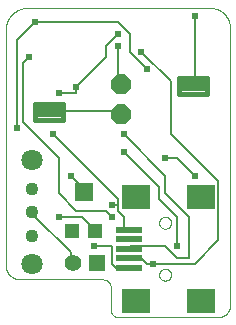
<source format=gtl>
G75*
%MOIN*%
%OFA0B0*%
%FSLAX25Y25*%
%IPPOS*%
%LPD*%
%AMOC8*
5,1,8,0,0,1.08239X$1,22.5*
%
%ADD10C,0.00000*%
%ADD11C,0.01772*%
%ADD12C,0.04362*%
%ADD13C,0.07087*%
%ADD14R,0.09449X0.07874*%
%ADD15R,0.09087X0.01969*%
%ADD16OC8,0.06600*%
%ADD17R,0.05906X0.06299*%
%ADD18R,0.04724X0.04724*%
%ADD19R,0.05600X0.05600*%
%ADD20C,0.05600*%
%ADD21C,0.00800*%
%ADD22C,0.02400*%
D10*
X0016292Y0013630D02*
X0043885Y0013630D01*
X0043986Y0013628D01*
X0044087Y0013622D01*
X0044188Y0013613D01*
X0044288Y0013599D01*
X0044388Y0013582D01*
X0044487Y0013561D01*
X0044585Y0013536D01*
X0044682Y0013507D01*
X0044778Y0013475D01*
X0044872Y0013439D01*
X0044965Y0013399D01*
X0045057Y0013356D01*
X0045147Y0013309D01*
X0045235Y0013259D01*
X0045321Y0013206D01*
X0045404Y0013149D01*
X0045486Y0013089D01*
X0045565Y0013027D01*
X0045642Y0012961D01*
X0045716Y0012892D01*
X0045788Y0012820D01*
X0045857Y0012746D01*
X0045923Y0012669D01*
X0045985Y0012590D01*
X0046045Y0012508D01*
X0046102Y0012425D01*
X0046155Y0012339D01*
X0046205Y0012251D01*
X0046252Y0012161D01*
X0046295Y0012069D01*
X0046335Y0011976D01*
X0046371Y0011882D01*
X0046403Y0011786D01*
X0046432Y0011689D01*
X0046457Y0011591D01*
X0046478Y0011492D01*
X0046495Y0011392D01*
X0046509Y0011292D01*
X0046518Y0011191D01*
X0046524Y0011090D01*
X0046526Y0010989D01*
X0046526Y0003552D01*
X0046525Y0003552D02*
X0046527Y0003453D01*
X0046533Y0003354D01*
X0046542Y0003256D01*
X0046556Y0003158D01*
X0046573Y0003060D01*
X0046595Y0002963D01*
X0046620Y0002868D01*
X0046648Y0002773D01*
X0046681Y0002679D01*
X0046717Y0002587D01*
X0046757Y0002497D01*
X0046800Y0002407D01*
X0046846Y0002320D01*
X0046896Y0002235D01*
X0046950Y0002151D01*
X0047006Y0002070D01*
X0047066Y0001991D01*
X0047129Y0001915D01*
X0047195Y0001841D01*
X0047263Y0001769D01*
X0047335Y0001701D01*
X0047409Y0001635D01*
X0047485Y0001572D01*
X0047564Y0001512D01*
X0047645Y0001456D01*
X0047729Y0001402D01*
X0047814Y0001352D01*
X0047901Y0001306D01*
X0047991Y0001263D01*
X0048081Y0001223D01*
X0048173Y0001187D01*
X0048267Y0001154D01*
X0048362Y0001126D01*
X0048457Y0001101D01*
X0048554Y0001079D01*
X0048652Y0001062D01*
X0048750Y0001048D01*
X0048848Y0001039D01*
X0048947Y0001033D01*
X0049046Y0001031D01*
X0082588Y0001031D01*
X0082714Y0001045D01*
X0082839Y0001063D01*
X0082964Y0001085D01*
X0083088Y0001110D01*
X0083211Y0001140D01*
X0083333Y0001173D01*
X0083455Y0001210D01*
X0083575Y0001251D01*
X0083693Y0001295D01*
X0083811Y0001343D01*
X0083926Y0001395D01*
X0084040Y0001450D01*
X0084153Y0001508D01*
X0084263Y0001570D01*
X0084372Y0001636D01*
X0084478Y0001704D01*
X0084583Y0001776D01*
X0084685Y0001852D01*
X0084784Y0001930D01*
X0084881Y0002011D01*
X0084976Y0002095D01*
X0085068Y0002182D01*
X0085157Y0002272D01*
X0085244Y0002365D01*
X0085327Y0002460D01*
X0085408Y0002558D01*
X0085486Y0002658D01*
X0085560Y0002761D01*
X0085631Y0002865D01*
X0085699Y0002972D01*
X0085764Y0003081D01*
X0085825Y0003192D01*
X0085883Y0003305D01*
X0085937Y0003419D01*
X0085988Y0003535D01*
X0086035Y0003653D01*
X0086079Y0003772D01*
X0086119Y0003892D01*
X0086155Y0004014D01*
X0086187Y0004136D01*
X0086216Y0004260D01*
X0086241Y0004384D01*
X0086261Y0004509D01*
X0086279Y0004635D01*
X0086292Y0004761D01*
X0086301Y0004887D01*
X0086306Y0005013D01*
X0086308Y0005140D01*
X0086306Y0005267D01*
X0086299Y0005393D01*
X0086289Y0005520D01*
X0086289Y0097463D01*
X0086287Y0097624D01*
X0086281Y0097786D01*
X0086271Y0097947D01*
X0086258Y0098108D01*
X0086240Y0098268D01*
X0086219Y0098428D01*
X0086194Y0098587D01*
X0086165Y0098746D01*
X0086132Y0098904D01*
X0086095Y0099061D01*
X0086054Y0099218D01*
X0086010Y0099373D01*
X0085962Y0099527D01*
X0085910Y0099680D01*
X0085855Y0099831D01*
X0085796Y0099982D01*
X0085733Y0100130D01*
X0085667Y0100278D01*
X0085597Y0100423D01*
X0085524Y0100567D01*
X0085447Y0100709D01*
X0085367Y0100849D01*
X0085284Y0100987D01*
X0085197Y0101123D01*
X0085107Y0101257D01*
X0085013Y0101389D01*
X0084917Y0101518D01*
X0084817Y0101645D01*
X0084715Y0101770D01*
X0084609Y0101892D01*
X0084501Y0102012D01*
X0084389Y0102128D01*
X0084275Y0102242D01*
X0084159Y0102354D01*
X0084039Y0102462D01*
X0083917Y0102568D01*
X0083792Y0102670D01*
X0083665Y0102770D01*
X0083536Y0102866D01*
X0083404Y0102960D01*
X0083270Y0103050D01*
X0083134Y0103137D01*
X0082996Y0103220D01*
X0082856Y0103300D01*
X0082714Y0103377D01*
X0082570Y0103450D01*
X0082425Y0103520D01*
X0082277Y0103586D01*
X0082129Y0103649D01*
X0081978Y0103708D01*
X0081827Y0103763D01*
X0081674Y0103815D01*
X0081520Y0103863D01*
X0081365Y0103907D01*
X0081208Y0103948D01*
X0081051Y0103985D01*
X0080893Y0104018D01*
X0080734Y0104047D01*
X0080575Y0104072D01*
X0080415Y0104093D01*
X0080255Y0104111D01*
X0080094Y0104124D01*
X0079933Y0104134D01*
X0079771Y0104140D01*
X0079610Y0104142D01*
X0018866Y0104142D01*
X0018866Y0104141D02*
X0018688Y0104139D01*
X0018509Y0104132D01*
X0018331Y0104122D01*
X0018154Y0104107D01*
X0017976Y0104087D01*
X0017800Y0104064D01*
X0017624Y0104036D01*
X0017448Y0104004D01*
X0017274Y0103967D01*
X0017100Y0103927D01*
X0016927Y0103882D01*
X0016756Y0103833D01*
X0016585Y0103780D01*
X0016417Y0103723D01*
X0016249Y0103661D01*
X0016083Y0103596D01*
X0015919Y0103527D01*
X0015756Y0103454D01*
X0015595Y0103377D01*
X0015436Y0103296D01*
X0015279Y0103211D01*
X0015125Y0103122D01*
X0014972Y0103030D01*
X0014822Y0102934D01*
X0014674Y0102835D01*
X0014528Y0102732D01*
X0014385Y0102625D01*
X0014245Y0102515D01*
X0014107Y0102402D01*
X0013972Y0102285D01*
X0013840Y0102165D01*
X0013711Y0102042D01*
X0013585Y0101916D01*
X0013462Y0101787D01*
X0013342Y0101655D01*
X0013225Y0101520D01*
X0013112Y0101382D01*
X0013002Y0101242D01*
X0012895Y0101099D01*
X0012792Y0100953D01*
X0012693Y0100805D01*
X0012597Y0100655D01*
X0012505Y0100502D01*
X0012416Y0100348D01*
X0012331Y0100191D01*
X0012250Y0100032D01*
X0012173Y0099871D01*
X0012100Y0099708D01*
X0012031Y0099544D01*
X0011966Y0099378D01*
X0011904Y0099210D01*
X0011847Y0099042D01*
X0011794Y0098871D01*
X0011745Y0098700D01*
X0011700Y0098527D01*
X0011660Y0098353D01*
X0011623Y0098179D01*
X0011591Y0098003D01*
X0011563Y0097827D01*
X0011540Y0097651D01*
X0011520Y0097473D01*
X0011505Y0097296D01*
X0011495Y0097118D01*
X0011488Y0096939D01*
X0011486Y0096761D01*
X0011486Y0018436D01*
X0011488Y0018299D01*
X0011494Y0018162D01*
X0011504Y0018025D01*
X0011517Y0017888D01*
X0011535Y0017752D01*
X0011556Y0017616D01*
X0011582Y0017482D01*
X0011611Y0017347D01*
X0011644Y0017214D01*
X0011681Y0017082D01*
X0011721Y0016951D01*
X0011765Y0016821D01*
X0011813Y0016692D01*
X0011865Y0016565D01*
X0011920Y0016440D01*
X0011979Y0016315D01*
X0012041Y0016193D01*
X0012107Y0016073D01*
X0012176Y0015954D01*
X0012249Y0015838D01*
X0012325Y0015723D01*
X0012404Y0015611D01*
X0012486Y0015501D01*
X0012571Y0015394D01*
X0012660Y0015289D01*
X0012751Y0015186D01*
X0012845Y0015087D01*
X0012943Y0014989D01*
X0013042Y0014895D01*
X0013145Y0014804D01*
X0013250Y0014715D01*
X0013357Y0014630D01*
X0013467Y0014548D01*
X0013579Y0014469D01*
X0013694Y0014393D01*
X0013810Y0014320D01*
X0013929Y0014251D01*
X0014049Y0014185D01*
X0014171Y0014123D01*
X0014296Y0014064D01*
X0014421Y0014009D01*
X0014548Y0013957D01*
X0014677Y0013909D01*
X0014807Y0013865D01*
X0014938Y0013825D01*
X0015070Y0013788D01*
X0015203Y0013755D01*
X0015338Y0013726D01*
X0015472Y0013700D01*
X0015608Y0013679D01*
X0015744Y0013661D01*
X0015881Y0013648D01*
X0016018Y0013638D01*
X0016155Y0013632D01*
X0016292Y0013630D01*
X0062667Y0015205D02*
X0062669Y0015293D01*
X0062675Y0015381D01*
X0062685Y0015469D01*
X0062699Y0015557D01*
X0062716Y0015643D01*
X0062738Y0015729D01*
X0062763Y0015813D01*
X0062793Y0015897D01*
X0062825Y0015979D01*
X0062862Y0016059D01*
X0062902Y0016138D01*
X0062946Y0016215D01*
X0062993Y0016290D01*
X0063043Y0016362D01*
X0063097Y0016433D01*
X0063153Y0016500D01*
X0063213Y0016566D01*
X0063275Y0016628D01*
X0063341Y0016688D01*
X0063408Y0016744D01*
X0063479Y0016798D01*
X0063551Y0016848D01*
X0063626Y0016895D01*
X0063703Y0016939D01*
X0063782Y0016979D01*
X0063862Y0017016D01*
X0063944Y0017048D01*
X0064028Y0017078D01*
X0064112Y0017103D01*
X0064198Y0017125D01*
X0064284Y0017142D01*
X0064372Y0017156D01*
X0064460Y0017166D01*
X0064548Y0017172D01*
X0064636Y0017174D01*
X0064724Y0017172D01*
X0064812Y0017166D01*
X0064900Y0017156D01*
X0064988Y0017142D01*
X0065074Y0017125D01*
X0065160Y0017103D01*
X0065244Y0017078D01*
X0065328Y0017048D01*
X0065410Y0017016D01*
X0065490Y0016979D01*
X0065569Y0016939D01*
X0065646Y0016895D01*
X0065721Y0016848D01*
X0065793Y0016798D01*
X0065864Y0016744D01*
X0065931Y0016688D01*
X0065997Y0016628D01*
X0066059Y0016566D01*
X0066119Y0016500D01*
X0066175Y0016433D01*
X0066229Y0016362D01*
X0066279Y0016290D01*
X0066326Y0016215D01*
X0066370Y0016138D01*
X0066410Y0016059D01*
X0066447Y0015979D01*
X0066479Y0015897D01*
X0066509Y0015813D01*
X0066534Y0015729D01*
X0066556Y0015643D01*
X0066573Y0015557D01*
X0066587Y0015469D01*
X0066597Y0015381D01*
X0066603Y0015293D01*
X0066605Y0015205D01*
X0066603Y0015117D01*
X0066597Y0015029D01*
X0066587Y0014941D01*
X0066573Y0014853D01*
X0066556Y0014767D01*
X0066534Y0014681D01*
X0066509Y0014597D01*
X0066479Y0014513D01*
X0066447Y0014431D01*
X0066410Y0014351D01*
X0066370Y0014272D01*
X0066326Y0014195D01*
X0066279Y0014120D01*
X0066229Y0014048D01*
X0066175Y0013977D01*
X0066119Y0013910D01*
X0066059Y0013844D01*
X0065997Y0013782D01*
X0065931Y0013722D01*
X0065864Y0013666D01*
X0065793Y0013612D01*
X0065721Y0013562D01*
X0065646Y0013515D01*
X0065569Y0013471D01*
X0065490Y0013431D01*
X0065410Y0013394D01*
X0065328Y0013362D01*
X0065244Y0013332D01*
X0065160Y0013307D01*
X0065074Y0013285D01*
X0064988Y0013268D01*
X0064900Y0013254D01*
X0064812Y0013244D01*
X0064724Y0013238D01*
X0064636Y0013236D01*
X0064548Y0013238D01*
X0064460Y0013244D01*
X0064372Y0013254D01*
X0064284Y0013268D01*
X0064198Y0013285D01*
X0064112Y0013307D01*
X0064028Y0013332D01*
X0063944Y0013362D01*
X0063862Y0013394D01*
X0063782Y0013431D01*
X0063703Y0013471D01*
X0063626Y0013515D01*
X0063551Y0013562D01*
X0063479Y0013612D01*
X0063408Y0013666D01*
X0063341Y0013722D01*
X0063275Y0013782D01*
X0063213Y0013844D01*
X0063153Y0013910D01*
X0063097Y0013977D01*
X0063043Y0014048D01*
X0062993Y0014120D01*
X0062946Y0014195D01*
X0062902Y0014272D01*
X0062862Y0014351D01*
X0062825Y0014431D01*
X0062793Y0014513D01*
X0062763Y0014597D01*
X0062738Y0014681D01*
X0062716Y0014767D01*
X0062699Y0014853D01*
X0062685Y0014941D01*
X0062675Y0015029D01*
X0062669Y0015117D01*
X0062667Y0015205D01*
X0062667Y0032528D02*
X0062669Y0032616D01*
X0062675Y0032704D01*
X0062685Y0032792D01*
X0062699Y0032880D01*
X0062716Y0032966D01*
X0062738Y0033052D01*
X0062763Y0033136D01*
X0062793Y0033220D01*
X0062825Y0033302D01*
X0062862Y0033382D01*
X0062902Y0033461D01*
X0062946Y0033538D01*
X0062993Y0033613D01*
X0063043Y0033685D01*
X0063097Y0033756D01*
X0063153Y0033823D01*
X0063213Y0033889D01*
X0063275Y0033951D01*
X0063341Y0034011D01*
X0063408Y0034067D01*
X0063479Y0034121D01*
X0063551Y0034171D01*
X0063626Y0034218D01*
X0063703Y0034262D01*
X0063782Y0034302D01*
X0063862Y0034339D01*
X0063944Y0034371D01*
X0064028Y0034401D01*
X0064112Y0034426D01*
X0064198Y0034448D01*
X0064284Y0034465D01*
X0064372Y0034479D01*
X0064460Y0034489D01*
X0064548Y0034495D01*
X0064636Y0034497D01*
X0064724Y0034495D01*
X0064812Y0034489D01*
X0064900Y0034479D01*
X0064988Y0034465D01*
X0065074Y0034448D01*
X0065160Y0034426D01*
X0065244Y0034401D01*
X0065328Y0034371D01*
X0065410Y0034339D01*
X0065490Y0034302D01*
X0065569Y0034262D01*
X0065646Y0034218D01*
X0065721Y0034171D01*
X0065793Y0034121D01*
X0065864Y0034067D01*
X0065931Y0034011D01*
X0065997Y0033951D01*
X0066059Y0033889D01*
X0066119Y0033823D01*
X0066175Y0033756D01*
X0066229Y0033685D01*
X0066279Y0033613D01*
X0066326Y0033538D01*
X0066370Y0033461D01*
X0066410Y0033382D01*
X0066447Y0033302D01*
X0066479Y0033220D01*
X0066509Y0033136D01*
X0066534Y0033052D01*
X0066556Y0032966D01*
X0066573Y0032880D01*
X0066587Y0032792D01*
X0066597Y0032704D01*
X0066603Y0032616D01*
X0066605Y0032528D01*
X0066603Y0032440D01*
X0066597Y0032352D01*
X0066587Y0032264D01*
X0066573Y0032176D01*
X0066556Y0032090D01*
X0066534Y0032004D01*
X0066509Y0031920D01*
X0066479Y0031836D01*
X0066447Y0031754D01*
X0066410Y0031674D01*
X0066370Y0031595D01*
X0066326Y0031518D01*
X0066279Y0031443D01*
X0066229Y0031371D01*
X0066175Y0031300D01*
X0066119Y0031233D01*
X0066059Y0031167D01*
X0065997Y0031105D01*
X0065931Y0031045D01*
X0065864Y0030989D01*
X0065793Y0030935D01*
X0065721Y0030885D01*
X0065646Y0030838D01*
X0065569Y0030794D01*
X0065490Y0030754D01*
X0065410Y0030717D01*
X0065328Y0030685D01*
X0065244Y0030655D01*
X0065160Y0030630D01*
X0065074Y0030608D01*
X0064988Y0030591D01*
X0064900Y0030577D01*
X0064812Y0030567D01*
X0064724Y0030561D01*
X0064636Y0030559D01*
X0064548Y0030561D01*
X0064460Y0030567D01*
X0064372Y0030577D01*
X0064284Y0030591D01*
X0064198Y0030608D01*
X0064112Y0030630D01*
X0064028Y0030655D01*
X0063944Y0030685D01*
X0063862Y0030717D01*
X0063782Y0030754D01*
X0063703Y0030794D01*
X0063626Y0030838D01*
X0063551Y0030885D01*
X0063479Y0030935D01*
X0063408Y0030989D01*
X0063341Y0031045D01*
X0063275Y0031105D01*
X0063213Y0031167D01*
X0063153Y0031233D01*
X0063097Y0031300D01*
X0063043Y0031371D01*
X0062993Y0031443D01*
X0062946Y0031518D01*
X0062902Y0031595D01*
X0062862Y0031674D01*
X0062825Y0031754D01*
X0062793Y0031836D01*
X0062763Y0031920D01*
X0062738Y0032004D01*
X0062716Y0032090D01*
X0062699Y0032176D01*
X0062685Y0032264D01*
X0062675Y0032352D01*
X0062669Y0032440D01*
X0062667Y0032528D01*
D11*
X0030580Y0072192D02*
X0021132Y0072192D01*
X0030580Y0072192D02*
X0030580Y0066878D01*
X0021132Y0066878D01*
X0021132Y0072192D01*
X0021132Y0068649D02*
X0030580Y0068649D01*
X0030580Y0070420D02*
X0021132Y0070420D01*
X0021132Y0072191D02*
X0030580Y0072191D01*
X0069164Y0080854D02*
X0078612Y0080854D01*
X0078612Y0075540D01*
X0069164Y0075540D01*
X0069164Y0080854D01*
X0069164Y0077311D02*
X0078612Y0077311D01*
X0078612Y0079082D02*
X0069164Y0079082D01*
X0069164Y0080853D02*
X0078612Y0080853D01*
D12*
X0020148Y0043945D03*
X0020148Y0036071D03*
X0020148Y0028197D03*
D13*
X0020148Y0018748D03*
X0020148Y0053394D03*
D14*
X0054793Y0041189D03*
X0076447Y0041189D03*
X0076447Y0006543D03*
X0054793Y0006543D03*
D15*
X0052573Y0017567D03*
X0052573Y0020717D03*
X0052573Y0023866D03*
X0052573Y0027016D03*
X0052573Y0030165D03*
D16*
X0050069Y0068866D03*
X0050069Y0078866D03*
D17*
X0037470Y0042764D03*
D18*
X0033533Y0029673D03*
X0041407Y0029673D03*
D19*
X0041801Y0019142D03*
D20*
X0033927Y0019142D03*
D21*
X0033140Y0020717D01*
X0033140Y0022685D01*
X0021329Y0034496D01*
X0020148Y0036071D01*
X0029203Y0034496D02*
X0037077Y0034496D01*
X0041014Y0030559D01*
X0041407Y0029673D01*
X0041014Y0024654D02*
X0046919Y0024654D01*
X0046919Y0018748D01*
X0048888Y0016780D01*
X0050856Y0016780D01*
X0052573Y0017567D01*
X0052573Y0020717D02*
X0056762Y0020717D01*
X0058730Y0018748D01*
X0060699Y0018748D01*
X0074478Y0018748D01*
X0082352Y0026622D01*
X0082352Y0046307D01*
X0066604Y0062055D01*
X0066604Y0079772D01*
X0056762Y0089614D01*
X0052825Y0089614D02*
X0052825Y0095520D01*
X0048888Y0099457D01*
X0021329Y0099457D01*
X0015423Y0093551D01*
X0015423Y0064024D01*
X0017392Y0065992D02*
X0029203Y0054181D01*
X0029203Y0042370D01*
X0035108Y0036465D01*
X0044951Y0036465D01*
X0046919Y0034496D01*
X0048888Y0036465D02*
X0050856Y0034496D01*
X0050856Y0030559D01*
X0052573Y0030165D01*
X0052825Y0024654D02*
X0052573Y0023866D01*
X0052825Y0024654D02*
X0064636Y0024654D01*
X0068573Y0020717D01*
X0072510Y0020717D01*
X0072510Y0034496D01*
X0064636Y0042370D01*
X0064636Y0048276D01*
X0050856Y0062055D01*
X0050856Y0056150D02*
X0062667Y0044339D01*
X0062667Y0040402D01*
X0068573Y0034496D01*
X0068573Y0024654D01*
X0048888Y0036465D02*
X0048888Y0038433D01*
X0046919Y0038433D01*
X0048888Y0038433D02*
X0048888Y0040402D01*
X0027234Y0062055D01*
X0025856Y0069535D02*
X0027234Y0069929D01*
X0048888Y0069929D01*
X0050069Y0068866D01*
X0050069Y0078866D02*
X0048888Y0079772D01*
X0048888Y0091583D01*
X0048888Y0095520D02*
X0044951Y0091583D01*
X0044951Y0087646D01*
X0035108Y0077803D01*
X0035108Y0075835D01*
X0029203Y0075835D01*
X0017392Y0085677D02*
X0019360Y0087646D01*
X0017392Y0085677D02*
X0017392Y0065992D01*
X0033140Y0048276D02*
X0037077Y0044339D01*
X0037470Y0042764D01*
X0064636Y0054181D02*
X0068573Y0054181D01*
X0074478Y0048276D01*
X0073888Y0078197D02*
X0074478Y0079772D01*
X0074478Y0101425D01*
X0058730Y0083709D02*
X0052825Y0089614D01*
D22*
X0056762Y0089614D03*
X0058730Y0083709D03*
X0048888Y0091583D03*
X0048888Y0095520D03*
X0035108Y0077803D03*
X0029203Y0075835D03*
X0019360Y0087646D03*
X0021329Y0099457D03*
X0015423Y0064024D03*
X0027234Y0062055D03*
X0033140Y0048276D03*
X0029203Y0034496D03*
X0041014Y0024654D03*
X0046919Y0034496D03*
X0046919Y0038433D03*
X0050856Y0056150D03*
X0050856Y0062055D03*
X0064636Y0054181D03*
X0074478Y0048276D03*
X0068573Y0024654D03*
X0060699Y0018748D03*
X0074478Y0101425D03*
M02*

</source>
